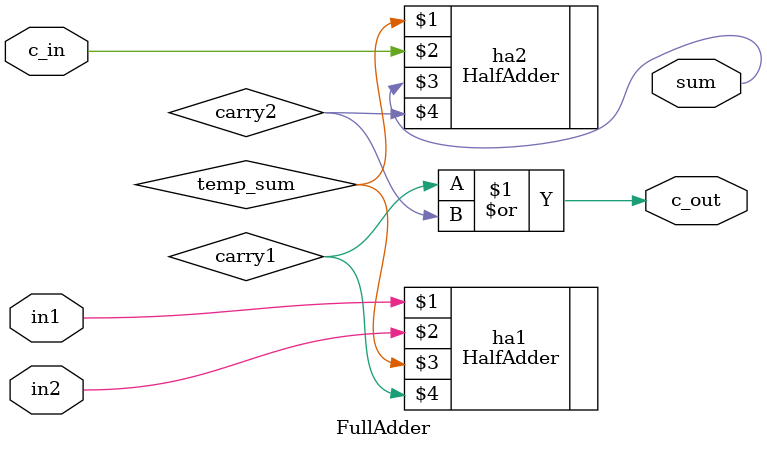
<source format=v>
`timescale 1ns / 1ps

/*
    Assignment Number: 1
    Problem Number: 1 Ripple Carry Adder
    Semester Number: 5
    Group Number: 1 
    Group Members: Animesh Jha(19CS10070), Nisarg Upadhyaya (19CS30031)
*/
//////////////////////////////////////////////////////////////////////////////////

module FullAdder(
    input in1,
    input in2,
    input c_in,
    output sum,
    output c_out
    );
	 
    // Inputs:                   Outputs:
    // in1 = 0, in2 = 0, c_in = 0     sum = 0, c_out = 0
    // in1 = 0, in2 = 0, c_in = 1     sum = 1, c_out = 0
    // in1 = 0, in2 = 1, c_in = 0     sum = 1, c_out = 0
    // in1 = 0, in2 = 1, c_in = 1     sum = 0, c_out = 1
    // in1 = 1, in2 = 0, c_in = 0     sum = 1, c_out = 0
    // in1 = 1, in2 = 0, c_in = 1     sum = 0, c_out = 1
    // in1 = 1, in2 = 1, c_in = 0     sum = 0, c_out = 1
    // in1 = 1, in2 = 1, c_in = 1     sum = 1, c_out = 1
    
	 // implement full adder using two half adders
	 
    wire carry1,carry2,temp_sum;
    
	 HalfAdder ha1(in1, in2, temp_sum, carry1); // temp_sum = in1 ^ in2, carry1 = in1 & in2
    HalfAdder ha2(temp_sum, c_in, sum, carry2); // sum = temp_sum ^ c_in = in1 ^ in2 ^ c_in, carry2 = temp_sum & c_in = (in1 ^ in2) & c_in
    or gate1(c_out, carry1, carry2); // c_out = carry1 | carry2 = (in1 & in2) | ((in1 ^ in2) & c_in)


endmodule

</source>
